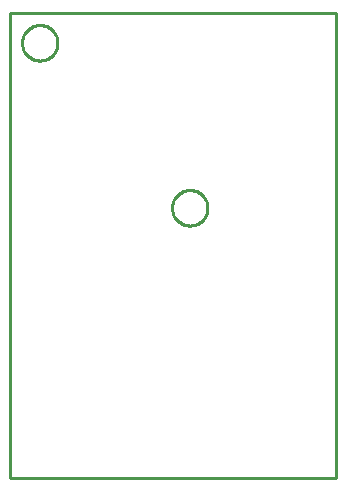
<source format=gbr>
G04 EAGLE Gerber RS-274X export*
G75*
%MOMM*%
%FSLAX34Y34*%
%LPD*%
%IN*%
%IPPOS*%
%AMOC8*
5,1,8,0,0,1.08239X$1,22.5*%
G01*
%ADD10C,0.254000*%


D10*
X0Y0D02*
X276100Y0D01*
X276100Y393600D01*
X0Y393600D01*
X0Y0D01*
X40400Y367764D02*
X40324Y366696D01*
X40171Y365635D01*
X39943Y364588D01*
X39641Y363560D01*
X39267Y362556D01*
X38822Y361581D01*
X38308Y360641D01*
X37729Y359740D01*
X37087Y358882D01*
X36385Y358072D01*
X35628Y357315D01*
X34818Y356613D01*
X33960Y355971D01*
X33059Y355392D01*
X32119Y354878D01*
X31144Y354433D01*
X30140Y354059D01*
X29112Y353757D01*
X28065Y353529D01*
X27004Y353376D01*
X25936Y353300D01*
X24864Y353300D01*
X23796Y353376D01*
X22735Y353529D01*
X21688Y353757D01*
X20660Y354059D01*
X19656Y354433D01*
X18681Y354878D01*
X17741Y355392D01*
X16840Y355971D01*
X15982Y356613D01*
X15172Y357315D01*
X14415Y358072D01*
X13713Y358882D01*
X13071Y359740D01*
X12492Y360641D01*
X11978Y361581D01*
X11533Y362556D01*
X11159Y363560D01*
X10857Y364588D01*
X10629Y365635D01*
X10476Y366696D01*
X10400Y367764D01*
X10400Y368836D01*
X10476Y369904D01*
X10629Y370965D01*
X10857Y372012D01*
X11159Y373040D01*
X11533Y374044D01*
X11978Y375019D01*
X12492Y375959D01*
X13071Y376860D01*
X13713Y377718D01*
X14415Y378528D01*
X15172Y379285D01*
X15982Y379987D01*
X16840Y380629D01*
X17741Y381208D01*
X18681Y381722D01*
X19656Y382167D01*
X20660Y382541D01*
X21688Y382843D01*
X22735Y383071D01*
X23796Y383224D01*
X24864Y383300D01*
X25936Y383300D01*
X27004Y383224D01*
X28065Y383071D01*
X29112Y382843D01*
X30140Y382541D01*
X31144Y382167D01*
X32119Y381722D01*
X33059Y381208D01*
X33960Y380629D01*
X34818Y379987D01*
X35628Y379285D01*
X36385Y378528D01*
X37087Y377718D01*
X37729Y376860D01*
X38308Y375959D01*
X38822Y375019D01*
X39267Y374044D01*
X39641Y373040D01*
X39943Y372012D01*
X40171Y370965D01*
X40324Y369904D01*
X40400Y368836D01*
X40400Y367764D01*
X167400Y228064D02*
X167324Y226996D01*
X167171Y225935D01*
X166943Y224888D01*
X166641Y223860D01*
X166267Y222856D01*
X165822Y221881D01*
X165308Y220941D01*
X164729Y220040D01*
X164087Y219182D01*
X163385Y218372D01*
X162628Y217615D01*
X161818Y216913D01*
X160960Y216271D01*
X160059Y215692D01*
X159119Y215178D01*
X158144Y214733D01*
X157140Y214359D01*
X156112Y214057D01*
X155065Y213829D01*
X154004Y213676D01*
X152936Y213600D01*
X151864Y213600D01*
X150796Y213676D01*
X149735Y213829D01*
X148688Y214057D01*
X147660Y214359D01*
X146656Y214733D01*
X145681Y215178D01*
X144741Y215692D01*
X143840Y216271D01*
X142982Y216913D01*
X142172Y217615D01*
X141415Y218372D01*
X140713Y219182D01*
X140071Y220040D01*
X139492Y220941D01*
X138978Y221881D01*
X138533Y222856D01*
X138159Y223860D01*
X137857Y224888D01*
X137629Y225935D01*
X137476Y226996D01*
X137400Y228064D01*
X137400Y229136D01*
X137476Y230204D01*
X137629Y231265D01*
X137857Y232312D01*
X138159Y233340D01*
X138533Y234344D01*
X138978Y235319D01*
X139492Y236259D01*
X140071Y237160D01*
X140713Y238018D01*
X141415Y238828D01*
X142172Y239585D01*
X142982Y240287D01*
X143840Y240929D01*
X144741Y241508D01*
X145681Y242022D01*
X146656Y242467D01*
X147660Y242841D01*
X148688Y243143D01*
X149735Y243371D01*
X150796Y243524D01*
X151864Y243600D01*
X152936Y243600D01*
X154004Y243524D01*
X155065Y243371D01*
X156112Y243143D01*
X157140Y242841D01*
X158144Y242467D01*
X159119Y242022D01*
X160059Y241508D01*
X160960Y240929D01*
X161818Y240287D01*
X162628Y239585D01*
X163385Y238828D01*
X164087Y238018D01*
X164729Y237160D01*
X165308Y236259D01*
X165822Y235319D01*
X166267Y234344D01*
X166641Y233340D01*
X166943Y232312D01*
X167171Y231265D01*
X167324Y230204D01*
X167400Y229136D01*
X167400Y228064D01*
M02*

</source>
